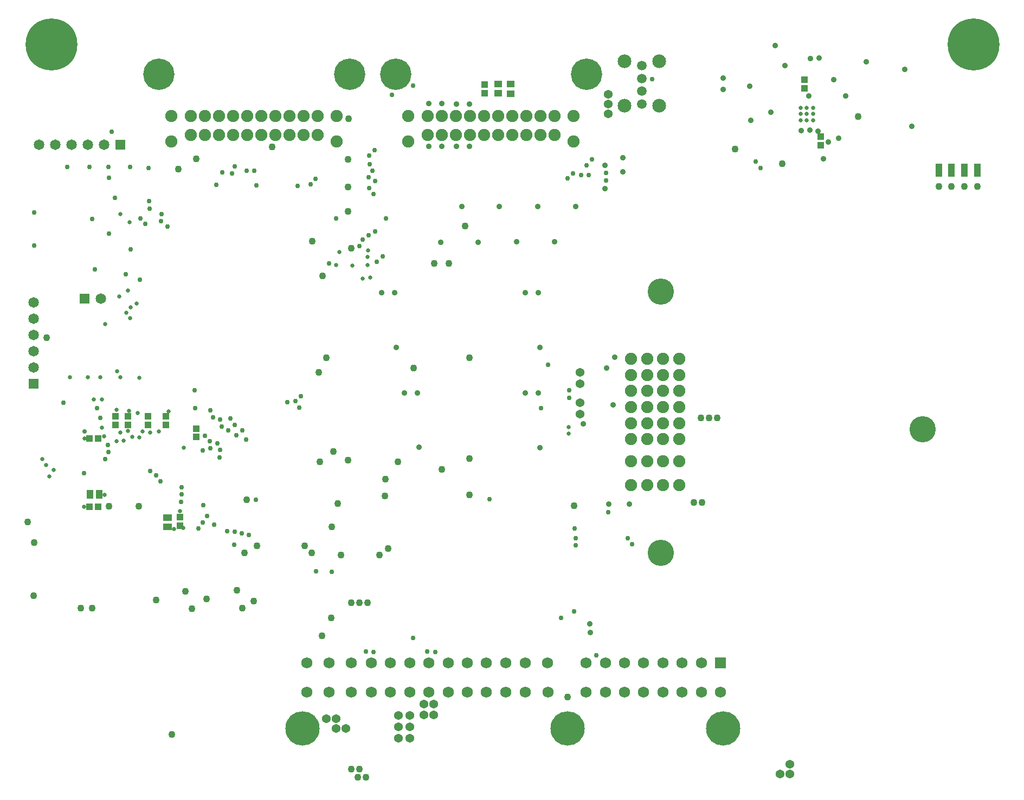
<source format=gbs>
G04*
G04 #@! TF.GenerationSoftware,Altium Limited,Altium Designer,23.7.1 (13)*
G04*
G04 Layer_Color=16711935*
%FSLAX25Y25*%
%MOIN*%
G70*
G04*
G04 #@! TF.SameCoordinates,3671DF12-B1F1-4326-BA21-4D3E62DEF6AE*
G04*
G04*
G04 #@! TF.FilePolarity,Negative*
G04*
G01*
G75*
%ADD50R,0.04331X0.04134*%
%ADD51R,0.04134X0.04331*%
%ADD74R,0.04724X0.04134*%
%ADD75R,0.04724X0.03937*%
%ADD95R,0.06496X0.06496*%
%ADD96C,0.06496*%
%ADD97C,0.07480*%
%ADD98C,0.16142*%
%ADD99C,0.19291*%
%ADD100R,0.06496X0.06496*%
%ADD101C,0.06890*%
%ADD102R,0.06890X0.06890*%
%ADD103C,0.21063*%
%ADD104C,0.08465*%
%ADD105C,0.05984*%
%ADD106C,0.04331*%
%ADD107C,0.31890*%
%ADD108C,0.02992*%
%ADD109C,0.02598*%
%ADD110C,0.02756*%
%ADD111C,0.03543*%
%ADD112C,0.05394*%
%ADD113C,0.02480*%
%ADD183R,0.05339X0.04152*%
%ADD184R,0.04152X0.05339*%
%ADD186R,0.04331X0.08268*%
D50*
X288000Y430559D02*
D03*
Y425441D02*
D03*
X100500Y159441D02*
D03*
Y164559D02*
D03*
X110500Y213941D02*
D03*
Y219059D02*
D03*
X92000Y221441D02*
D03*
Y226559D02*
D03*
X61000Y221441D02*
D03*
Y226559D02*
D03*
X81000Y226559D02*
D03*
Y221441D02*
D03*
X68500Y221441D02*
D03*
Y226559D02*
D03*
X494500Y393441D02*
D03*
Y398559D02*
D03*
X484500Y433559D02*
D03*
Y428441D02*
D03*
D51*
X44941Y171000D02*
D03*
X50059D02*
D03*
X44941Y213000D02*
D03*
X50059D02*
D03*
D74*
X296098Y430854D02*
D03*
Y425146D02*
D03*
D75*
X304000Y425047D02*
D03*
Y430953D02*
D03*
D95*
X10500Y246500D02*
D03*
D96*
Y256500D02*
D03*
Y266500D02*
D03*
Y276500D02*
D03*
Y286500D02*
D03*
Y296500D02*
D03*
X54000Y393500D02*
D03*
X44000D02*
D03*
X34000D02*
D03*
X24000D02*
D03*
X14000D02*
D03*
X52000Y299000D02*
D03*
D97*
X377953Y261811D02*
D03*
X387795D02*
D03*
X397638D02*
D03*
X377953Y251969D02*
D03*
X387795D02*
D03*
X397638D02*
D03*
X407480D02*
D03*
X377953Y242126D02*
D03*
X387795D02*
D03*
X397638D02*
D03*
X407480D02*
D03*
X377953Y232283D02*
D03*
X387795D02*
D03*
X397638D02*
D03*
X407480D02*
D03*
X377953Y222441D02*
D03*
X387795D02*
D03*
X397638D02*
D03*
X407480D02*
D03*
X377953Y212598D02*
D03*
X387795D02*
D03*
X397638D02*
D03*
X407480D02*
D03*
X377953Y198819D02*
D03*
X387795D02*
D03*
X397638D02*
D03*
X407480D02*
D03*
X397638Y184252D02*
D03*
X377953D02*
D03*
X407480D02*
D03*
X387795D02*
D03*
X407480Y261811D02*
D03*
X240945Y395669D02*
D03*
Y411417D02*
D03*
X252756Y399606D02*
D03*
Y411417D02*
D03*
X261417Y399606D02*
D03*
Y411417D02*
D03*
X270079Y399606D02*
D03*
Y411417D02*
D03*
X278740Y399606D02*
D03*
Y411417D02*
D03*
X287402Y399606D02*
D03*
Y411417D02*
D03*
X296063Y399606D02*
D03*
Y411417D02*
D03*
X304724Y399606D02*
D03*
Y411417D02*
D03*
X313386Y399606D02*
D03*
Y411417D02*
D03*
X322047Y399606D02*
D03*
Y411417D02*
D03*
X330709Y399606D02*
D03*
Y411417D02*
D03*
X342520Y395669D02*
D03*
Y411417D02*
D03*
X95276Y395669D02*
D03*
Y411417D02*
D03*
X107087Y399606D02*
D03*
Y411417D02*
D03*
X115748Y399606D02*
D03*
Y411417D02*
D03*
X124409Y399606D02*
D03*
Y411417D02*
D03*
X133071Y399606D02*
D03*
Y411417D02*
D03*
X141732Y399606D02*
D03*
Y411417D02*
D03*
X150394Y399606D02*
D03*
Y411417D02*
D03*
X159055Y399606D02*
D03*
Y411417D02*
D03*
X167717Y399606D02*
D03*
Y411417D02*
D03*
X176378Y399606D02*
D03*
Y411417D02*
D03*
X185039Y399606D02*
D03*
Y411417D02*
D03*
X196850Y395669D02*
D03*
Y411417D02*
D03*
D98*
X396260Y303346D02*
D03*
Y142717D02*
D03*
X557087Y218504D02*
D03*
D99*
X233071Y437008D02*
D03*
X350394D02*
D03*
X87402D02*
D03*
X204724D02*
D03*
D100*
X64000Y393500D02*
D03*
X42000Y299000D02*
D03*
D101*
X421063Y74803D02*
D03*
X385630D02*
D03*
X373819D02*
D03*
X362008D02*
D03*
X350197D02*
D03*
Y57087D02*
D03*
X326575Y74803D02*
D03*
X312992D02*
D03*
X253543D02*
D03*
X312992Y57087D02*
D03*
X229921D02*
D03*
X362008D02*
D03*
X409252D02*
D03*
Y74803D02*
D03*
X178347Y57087D02*
D03*
X218110D02*
D03*
X253543D02*
D03*
X205906Y74803D02*
D03*
X218110D02*
D03*
X241732D02*
D03*
X288976D02*
D03*
X397441D02*
D03*
X326772Y57087D02*
D03*
X192126D02*
D03*
Y74803D02*
D03*
X421063Y57087D02*
D03*
X397441D02*
D03*
X265354D02*
D03*
Y74803D02*
D03*
X277165Y57087D02*
D03*
X205906D02*
D03*
X288976D02*
D03*
X277165Y74803D02*
D03*
X300787D02*
D03*
X385630Y57087D02*
D03*
X373819D02*
D03*
X241732D02*
D03*
X229921Y74803D02*
D03*
X178347D02*
D03*
X432874Y57087D02*
D03*
X300787D02*
D03*
D102*
X432874Y74803D02*
D03*
D103*
X175787Y34646D02*
D03*
X338976D02*
D03*
X434449D02*
D03*
D104*
X395315Y417524D02*
D03*
Y445083D02*
D03*
X373780D02*
D03*
Y417524D02*
D03*
D105*
X384547Y442209D02*
D03*
Y434335D02*
D03*
Y426461D02*
D03*
Y418587D02*
D03*
D106*
X590748Y368000D02*
D03*
X582874D02*
D03*
X575000D02*
D03*
X567126D02*
D03*
X75200Y171119D02*
D03*
X140032Y142719D02*
D03*
X148000Y147000D02*
D03*
X141469Y175268D02*
D03*
X442000Y391000D02*
D03*
X470980Y381945D02*
D03*
X197500Y173000D02*
D03*
X195000Y205000D02*
D03*
X517500Y411000D02*
D03*
X46630Y108589D02*
D03*
X39630D02*
D03*
X204000Y367681D02*
D03*
X206000Y9500D02*
D03*
X211000D02*
D03*
X210000Y4500D02*
D03*
X215000D02*
D03*
X416500Y173500D02*
D03*
X421500D02*
D03*
X431000Y225500D02*
D03*
X426000D02*
D03*
X421000D02*
D03*
X204000Y352500D02*
D03*
Y384500D02*
D03*
X204075Y409480D02*
D03*
X188031Y313000D02*
D03*
X205745Y329980D02*
D03*
X275850Y343468D02*
D03*
X177294Y146937D02*
D03*
X146000Y113000D02*
D03*
X234466Y198500D02*
D03*
X227000Y188031D02*
D03*
X226467Y177604D02*
D03*
X194000Y158500D02*
D03*
X278482Y178131D02*
D03*
X228514Y145250D02*
D03*
X223118Y141118D02*
D03*
X199601Y141131D02*
D03*
X181557Y142719D02*
D03*
X56974Y171262D02*
D03*
X10898Y149000D02*
D03*
X10500Y116244D02*
D03*
X18507Y274862D02*
D03*
X7000Y161500D02*
D03*
X95500Y31000D02*
D03*
X193468Y102500D02*
D03*
X188000Y91500D02*
D03*
X339000Y54000D02*
D03*
X135500Y119500D02*
D03*
X104000Y119000D02*
D03*
X138866Y108660D02*
D03*
X116718Y114141D02*
D03*
X108004Y108298D02*
D03*
X85856Y113779D02*
D03*
X186524Y198500D02*
D03*
X181685Y334185D02*
D03*
X110500Y385000D02*
D03*
X99494Y378594D02*
D03*
X157095Y392387D02*
D03*
X343004Y171500D02*
D03*
X204000Y199500D02*
D03*
X261615Y193968D02*
D03*
X278500Y200500D02*
D03*
X186002Y253502D02*
D03*
X190360Y262500D02*
D03*
X244219Y256281D02*
D03*
X278500Y262500D02*
D03*
X206000Y112000D02*
D03*
X215874D02*
D03*
X210937D02*
D03*
X257000Y320500D02*
D03*
X265955Y320455D02*
D03*
D107*
X21654Y455118D02*
D03*
X588583D02*
D03*
D108*
X109504Y242539D02*
D03*
X41500Y191500D02*
D03*
X56563Y204519D02*
D03*
X56009Y209052D02*
D03*
X101304Y173921D02*
D03*
X101496Y183039D02*
D03*
X101648Y178475D02*
D03*
X115000Y172000D02*
D03*
X184069Y131130D02*
D03*
X196610Y348164D02*
D03*
X356500Y79500D02*
D03*
X85727Y190224D02*
D03*
X88500Y186500D02*
D03*
X342307Y376012D02*
D03*
X338910Y372924D02*
D03*
X257500Y81500D02*
D03*
X219359D02*
D03*
X214819Y81988D02*
D03*
X243733Y90267D02*
D03*
X252491Y82062D02*
D03*
X216938Y386938D02*
D03*
X220167Y390167D02*
D03*
X126500Y376500D02*
D03*
X135112Y215014D02*
D03*
X141201Y212159D02*
D03*
X138601Y154726D02*
D03*
X134013Y221230D02*
D03*
X138701Y218000D02*
D03*
X126171Y220239D02*
D03*
X119114Y230115D02*
D03*
X120749Y225850D02*
D03*
X125168Y224695D02*
D03*
X109802Y231500D02*
D03*
X123358Y210010D02*
D03*
X125101Y205789D02*
D03*
X124712Y201239D02*
D03*
X119035Y206855D02*
D03*
X115700Y214700D02*
D03*
X118877Y211420D02*
D03*
X114500Y205500D02*
D03*
X110500Y219059D02*
D03*
X335000Y102500D02*
D03*
X342882Y106618D02*
D03*
X82100Y193000D02*
D03*
X111812Y157601D02*
D03*
X114660Y161172D02*
D03*
X129566Y156101D02*
D03*
X134136Y155686D02*
D03*
X143000Y153500D02*
D03*
X147015Y175378D02*
D03*
X121500Y160000D02*
D03*
X117281Y165254D02*
D03*
X166467Y235201D02*
D03*
X174000Y232000D02*
D03*
X174970Y238970D02*
D03*
X171500Y236000D02*
D03*
X192203Y320561D02*
D03*
X220584Y340201D02*
D03*
X212804Y335318D02*
D03*
X216500Y338000D02*
D03*
X210853Y331189D02*
D03*
X227065Y348258D02*
D03*
X221587Y321530D02*
D03*
X225008Y324924D02*
D03*
X326856Y258144D02*
D03*
X322500Y231500D02*
D03*
X340000Y238000D02*
D03*
Y242567D02*
D03*
X290771Y175468D02*
D03*
X364000Y167500D02*
D03*
X343229Y157656D02*
D03*
X375935Y151594D02*
D03*
X378525Y147833D02*
D03*
X343673Y151736D02*
D03*
Y147169D02*
D03*
X454438Y383299D02*
D03*
X457667Y379333D02*
D03*
X243714Y430049D02*
D03*
X230687Y424313D02*
D03*
X217246Y381754D02*
D03*
X218785Y377454D02*
D03*
X216500Y373500D02*
D03*
X220406Y371133D02*
D03*
X216930Y367031D02*
D03*
X219652Y363319D02*
D03*
X123000Y369000D02*
D03*
X134032Y380322D02*
D03*
X132616Y375830D02*
D03*
X180888Y369116D02*
D03*
X183912Y372539D02*
D03*
X147500Y368700D02*
D03*
X146052Y377549D02*
D03*
X141485D02*
D03*
X81326Y379326D02*
D03*
X31260Y380000D02*
D03*
X56500D02*
D03*
X57000Y373228D02*
D03*
X45000Y380000D02*
D03*
X11000Y331500D02*
D03*
Y352000D02*
D03*
X60469Y361105D02*
D03*
X89021Y351067D02*
D03*
X89000Y346500D02*
D03*
X92954Y343320D02*
D03*
X81473Y358836D02*
D03*
X81779Y354279D02*
D03*
X76281Y348438D02*
D03*
X79075Y344825D02*
D03*
X70219Y329186D02*
D03*
X67197Y314000D02*
D03*
X29000Y235000D02*
D03*
X49500Y231500D02*
D03*
X51500Y225500D02*
D03*
X54513Y200300D02*
D03*
X362500Y371669D02*
D03*
Y376236D02*
D03*
X354000Y384500D02*
D03*
X350500Y381000D02*
D03*
X351734Y374998D02*
D03*
X347168Y375083D02*
D03*
X391000Y434000D02*
D03*
X194000Y131000D02*
D03*
X133796Y147704D02*
D03*
X130178Y217985D02*
D03*
X131552Y225216D02*
D03*
X172927Y368427D02*
D03*
X58500Y401500D02*
D03*
X70000Y380000D02*
D03*
X46500Y348000D02*
D03*
X75850Y310500D02*
D03*
X48131Y317110D02*
D03*
X57000Y339000D02*
D03*
D109*
X102740Y207267D02*
D03*
X215986Y319600D02*
D03*
X15742Y200224D02*
D03*
X18244Y196716D02*
D03*
X22826Y193500D02*
D03*
X20305Y189459D02*
D03*
X54500Y283283D02*
D03*
X100528Y168273D02*
D03*
X102537Y157894D02*
D03*
X96772Y157343D02*
D03*
X198500Y327500D02*
D03*
X216278Y328593D02*
D03*
X215696Y324461D02*
D03*
X217500Y312000D02*
D03*
X212673Y311364D02*
D03*
X196485Y319685D02*
D03*
X339398Y220000D02*
D03*
X339500Y215827D02*
D03*
X64000Y351046D02*
D03*
X69392Y346109D02*
D03*
X68500Y304001D02*
D03*
X63026Y300419D02*
D03*
X69762Y286918D02*
D03*
X67410Y290366D02*
D03*
X70178Y293490D02*
D03*
X75386Y250245D02*
D03*
X63742Y250562D02*
D03*
X61725Y254216D02*
D03*
X51500Y250524D02*
D03*
X43826Y250631D02*
D03*
X33000Y250500D02*
D03*
X41821Y213000D02*
D03*
X53742Y214163D02*
D03*
X47398Y237000D02*
D03*
X52650D02*
D03*
X61500Y230500D02*
D03*
X52500Y219614D02*
D03*
X74665Y228655D02*
D03*
X82161Y216697D02*
D03*
X93657Y229532D02*
D03*
X87395Y217400D02*
D03*
X69260Y230000D02*
D03*
X64000Y216500D02*
D03*
X68623Y217452D02*
D03*
X65981Y211753D02*
D03*
X71240Y213909D02*
D03*
X61647Y211119D02*
D03*
X75500Y213702D02*
D03*
X77530Y217411D02*
D03*
X41393Y171000D02*
D03*
X54082Y178236D02*
D03*
X206500Y319158D02*
D03*
X74000Y296000D02*
D03*
D110*
X41972Y217252D02*
D03*
D111*
X361995Y381052D02*
D03*
X362000Y366500D02*
D03*
X373000Y377000D02*
D03*
Y385500D02*
D03*
X482657Y402314D02*
D03*
X487767Y402595D02*
D03*
X233410Y269000D02*
D03*
X224409Y302500D02*
D03*
X232409D02*
D03*
X246474Y241000D02*
D03*
X238474D02*
D03*
X313000Y240941D02*
D03*
X321000D02*
D03*
Y302500D02*
D03*
X313000D02*
D03*
X321969Y269000D02*
D03*
X322000Y207441D02*
D03*
X247474Y207500D02*
D03*
X362815Y256325D02*
D03*
X368000Y263000D02*
D03*
X253500Y419000D02*
D03*
X261500D02*
D03*
X278500Y418500D02*
D03*
X270500D02*
D03*
Y392500D02*
D03*
X253500D02*
D03*
X261500D02*
D03*
X278500D02*
D03*
X348425Y222075D02*
D03*
X367000Y233500D02*
D03*
X352598Y98811D02*
D03*
X352803Y93697D02*
D03*
X364047Y172500D02*
D03*
X377000D02*
D03*
X331000Y334000D02*
D03*
X307500Y333925D02*
D03*
X284000Y333500D02*
D03*
X261000D02*
D03*
X344000Y355500D02*
D03*
X320500D02*
D03*
X296861D02*
D03*
X274000D02*
D03*
X466500Y454776D02*
D03*
X487061Y423762D02*
D03*
X546124Y440000D02*
D03*
X496020Y384941D02*
D03*
X450971Y429628D02*
D03*
X502500Y433500D02*
D03*
X499226Y395327D02*
D03*
X505500Y397500D02*
D03*
X550500Y405000D02*
D03*
X522500Y444500D02*
D03*
X472500Y442425D02*
D03*
X493575Y447000D02*
D03*
X488190Y446610D02*
D03*
X492851Y402004D02*
D03*
X464004Y413500D02*
D03*
X434500Y427573D02*
D03*
X434487Y434497D02*
D03*
X510000Y423496D02*
D03*
X451500Y408500D02*
D03*
D112*
X364000Y424500D02*
D03*
Y418500D02*
D03*
Y412500D02*
D03*
X475500Y12500D02*
D03*
Y6500D02*
D03*
X469500D02*
D03*
X235000Y42500D02*
D03*
X242000D02*
D03*
X235000Y35500D02*
D03*
X242000D02*
D03*
Y28500D02*
D03*
X235000D02*
D03*
X346500Y253500D02*
D03*
Y246500D02*
D03*
X346426Y227970D02*
D03*
Y234970D02*
D03*
X196500Y34500D02*
D03*
X202500D02*
D03*
X190500Y40500D02*
D03*
X196500D02*
D03*
X256500Y49500D02*
D03*
X250500D02*
D03*
Y43000D02*
D03*
X256500D02*
D03*
D113*
X482063Y412500D02*
D03*
X486000D02*
D03*
X489937D02*
D03*
X482063Y416437D02*
D03*
X486000D02*
D03*
X489937D02*
D03*
X482063Y408563D02*
D03*
X486000D02*
D03*
X489937D02*
D03*
D183*
X93000Y164357D02*
D03*
Y158643D02*
D03*
D184*
X45143Y178500D02*
D03*
X50857D02*
D03*
D186*
X590748Y377842D02*
D03*
X582874D02*
D03*
X575000D02*
D03*
X567126D02*
D03*
M02*

</source>
